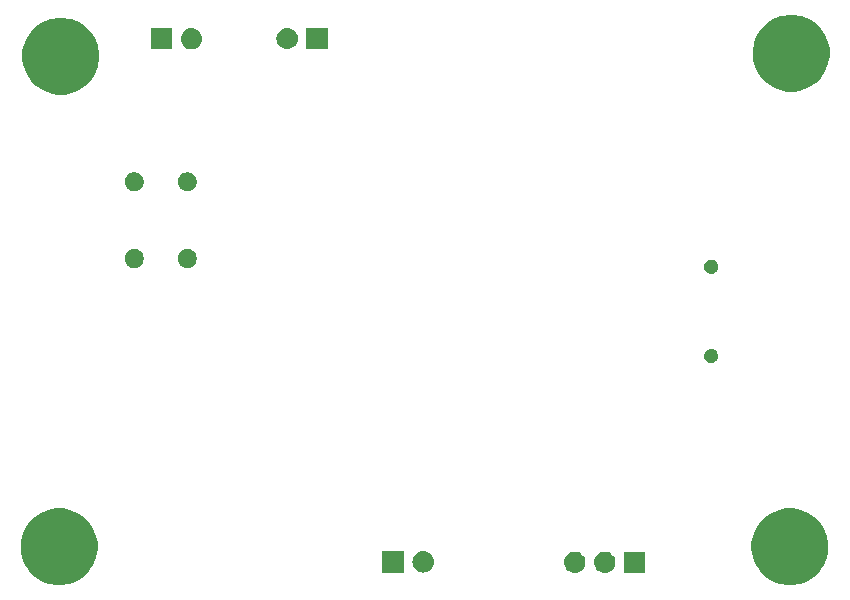
<source format=gbr>
G04 #@! TF.GenerationSoftware,KiCad,Pcbnew,(5.1.4)-1*
G04 #@! TF.CreationDate,2020-04-02T16:16:13+01:00*
G04 #@! TF.ProjectId,hydrophone_stm32_board,68796472-6f70-4686-9f6e-655f73746d33,rev?*
G04 #@! TF.SameCoordinates,Original*
G04 #@! TF.FileFunction,Soldermask,Bot*
G04 #@! TF.FilePolarity,Negative*
%FSLAX46Y46*%
G04 Gerber Fmt 4.6, Leading zero omitted, Abs format (unit mm)*
G04 Created by KiCad (PCBNEW (5.1.4)-1) date 2020-04-02 16:16:13*
%MOMM*%
%LPD*%
G04 APERTURE LIST*
%ADD10C,0.100000*%
G04 APERTURE END LIST*
D10*
G36*
X108330239Y-89648467D02*
G01*
X108644282Y-89710934D01*
X109235926Y-89956001D01*
X109768392Y-90311784D01*
X110221216Y-90764608D01*
X110576999Y-91297074D01*
X110822066Y-91888718D01*
X110822066Y-91888719D01*
X110947000Y-92516803D01*
X110947000Y-93157197D01*
X110915357Y-93316277D01*
X110822066Y-93785282D01*
X110576999Y-94376926D01*
X110329265Y-94747685D01*
X110223818Y-94905499D01*
X110221216Y-94909392D01*
X109768392Y-95362216D01*
X109235926Y-95717999D01*
X108644282Y-95963066D01*
X108330239Y-96025533D01*
X108016197Y-96088000D01*
X107375803Y-96088000D01*
X107061761Y-96025533D01*
X106747718Y-95963066D01*
X106156074Y-95717999D01*
X105623608Y-95362216D01*
X105170784Y-94909392D01*
X105168183Y-94905499D01*
X105062735Y-94747685D01*
X104815001Y-94376926D01*
X104569934Y-93785282D01*
X104476643Y-93316277D01*
X104445000Y-93157197D01*
X104445000Y-92516803D01*
X104569934Y-91888719D01*
X104569934Y-91888718D01*
X104815001Y-91297074D01*
X105170784Y-90764608D01*
X105623608Y-90311784D01*
X106156074Y-89956001D01*
X106747718Y-89710934D01*
X107061761Y-89648467D01*
X107375803Y-89586000D01*
X108016197Y-89586000D01*
X108330239Y-89648467D01*
X108330239Y-89648467D01*
G37*
G36*
X46481239Y-89648467D02*
G01*
X46795282Y-89710934D01*
X47386926Y-89956001D01*
X47919392Y-90311784D01*
X48372216Y-90764608D01*
X48727999Y-91297074D01*
X48973066Y-91888718D01*
X48973066Y-91888719D01*
X49098000Y-92516803D01*
X49098000Y-93157197D01*
X49066357Y-93316277D01*
X48973066Y-93785282D01*
X48727999Y-94376926D01*
X48480265Y-94747685D01*
X48374818Y-94905499D01*
X48372216Y-94909392D01*
X47919392Y-95362216D01*
X47386926Y-95717999D01*
X46795282Y-95963066D01*
X46481239Y-96025533D01*
X46167197Y-96088000D01*
X45526803Y-96088000D01*
X45212761Y-96025533D01*
X44898718Y-95963066D01*
X44307074Y-95717999D01*
X43774608Y-95362216D01*
X43321784Y-94909392D01*
X43319183Y-94905499D01*
X43213735Y-94747685D01*
X42966001Y-94376926D01*
X42720934Y-93785282D01*
X42627643Y-93316277D01*
X42596000Y-93157197D01*
X42596000Y-92516803D01*
X42720934Y-91888719D01*
X42720934Y-91888718D01*
X42966001Y-91297074D01*
X43321784Y-90764608D01*
X43774608Y-90311784D01*
X44307074Y-89956001D01*
X44898718Y-89710934D01*
X45212761Y-89648467D01*
X45526803Y-89586000D01*
X46167197Y-89586000D01*
X46481239Y-89648467D01*
X46481239Y-89648467D01*
G37*
G36*
X92147343Y-93258239D02*
G01*
X92213527Y-93264757D01*
X92383366Y-93316277D01*
X92539891Y-93399942D01*
X92575629Y-93429272D01*
X92677086Y-93512534D01*
X92760348Y-93613991D01*
X92789678Y-93649729D01*
X92873343Y-93806254D01*
X92924863Y-93976093D01*
X92942259Y-94152720D01*
X92924863Y-94329347D01*
X92873343Y-94499186D01*
X92789678Y-94655711D01*
X92760348Y-94691449D01*
X92677086Y-94792906D01*
X92577031Y-94875018D01*
X92539891Y-94905498D01*
X92383366Y-94989163D01*
X92213527Y-95040683D01*
X92147343Y-95047201D01*
X92081160Y-95053720D01*
X91992640Y-95053720D01*
X91926457Y-95047201D01*
X91860273Y-95040683D01*
X91690434Y-94989163D01*
X91533909Y-94905498D01*
X91496769Y-94875018D01*
X91396714Y-94792906D01*
X91313452Y-94691449D01*
X91284122Y-94655711D01*
X91200457Y-94499186D01*
X91148937Y-94329347D01*
X91131541Y-94152720D01*
X91148937Y-93976093D01*
X91200457Y-93806254D01*
X91284122Y-93649729D01*
X91313452Y-93613991D01*
X91396714Y-93512534D01*
X91498171Y-93429272D01*
X91533909Y-93399942D01*
X91690434Y-93316277D01*
X91860273Y-93264757D01*
X91926457Y-93258239D01*
X91992640Y-93251720D01*
X92081160Y-93251720D01*
X92147343Y-93258239D01*
X92147343Y-93258239D01*
G37*
G36*
X89607343Y-93258239D02*
G01*
X89673527Y-93264757D01*
X89843366Y-93316277D01*
X89999891Y-93399942D01*
X90035629Y-93429272D01*
X90137086Y-93512534D01*
X90220348Y-93613991D01*
X90249678Y-93649729D01*
X90333343Y-93806254D01*
X90384863Y-93976093D01*
X90402259Y-94152720D01*
X90384863Y-94329347D01*
X90333343Y-94499186D01*
X90249678Y-94655711D01*
X90220348Y-94691449D01*
X90137086Y-94792906D01*
X90037031Y-94875018D01*
X89999891Y-94905498D01*
X89843366Y-94989163D01*
X89673527Y-95040683D01*
X89607343Y-95047201D01*
X89541160Y-95053720D01*
X89452640Y-95053720D01*
X89386457Y-95047201D01*
X89320273Y-95040683D01*
X89150434Y-94989163D01*
X88993909Y-94905498D01*
X88956769Y-94875018D01*
X88856714Y-94792906D01*
X88773452Y-94691449D01*
X88744122Y-94655711D01*
X88660457Y-94499186D01*
X88608937Y-94329347D01*
X88591541Y-94152720D01*
X88608937Y-93976093D01*
X88660457Y-93806254D01*
X88744122Y-93649729D01*
X88773452Y-93613991D01*
X88856714Y-93512534D01*
X88958171Y-93429272D01*
X88993909Y-93399942D01*
X89150434Y-93316277D01*
X89320273Y-93264757D01*
X89386457Y-93258239D01*
X89452640Y-93251720D01*
X89541160Y-93251720D01*
X89607343Y-93258239D01*
X89607343Y-93258239D01*
G37*
G36*
X95477900Y-95053720D02*
G01*
X93675900Y-95053720D01*
X93675900Y-93251720D01*
X95477900Y-93251720D01*
X95477900Y-95053720D01*
X95477900Y-95053720D01*
G37*
G36*
X75013120Y-95023240D02*
G01*
X73211120Y-95023240D01*
X73211120Y-93221240D01*
X75013120Y-93221240D01*
X75013120Y-95023240D01*
X75013120Y-95023240D01*
G37*
G36*
X76762563Y-93227759D02*
G01*
X76828747Y-93234277D01*
X76998586Y-93285797D01*
X76998588Y-93285798D01*
X77055610Y-93316277D01*
X77155111Y-93369462D01*
X77190849Y-93398792D01*
X77292306Y-93482054D01*
X77375568Y-93583511D01*
X77404898Y-93619249D01*
X77488563Y-93775774D01*
X77540083Y-93945613D01*
X77557479Y-94122240D01*
X77540083Y-94298867D01*
X77488563Y-94468706D01*
X77404898Y-94625231D01*
X77375568Y-94660969D01*
X77292306Y-94762426D01*
X77201035Y-94837329D01*
X77155111Y-94875018D01*
X76998586Y-94958683D01*
X76828747Y-95010203D01*
X76762562Y-95016722D01*
X76696380Y-95023240D01*
X76607860Y-95023240D01*
X76541678Y-95016722D01*
X76475493Y-95010203D01*
X76305654Y-94958683D01*
X76149129Y-94875018D01*
X76103205Y-94837329D01*
X76011934Y-94762426D01*
X75928672Y-94660969D01*
X75899342Y-94625231D01*
X75815677Y-94468706D01*
X75764157Y-94298867D01*
X75746761Y-94122240D01*
X75764157Y-93945613D01*
X75815677Y-93775774D01*
X75899342Y-93619249D01*
X75928672Y-93583511D01*
X76011934Y-93482054D01*
X76113391Y-93398792D01*
X76149129Y-93369462D01*
X76248630Y-93316277D01*
X76305652Y-93285798D01*
X76305654Y-93285797D01*
X76475493Y-93234277D01*
X76541677Y-93227759D01*
X76607860Y-93221240D01*
X76696380Y-93221240D01*
X76762563Y-93227759D01*
X76762563Y-93227759D01*
G37*
G36*
X101175261Y-76094457D02*
G01*
X101213965Y-76102156D01*
X101246000Y-76115425D01*
X101323340Y-76147460D01*
X101421775Y-76213233D01*
X101505487Y-76296945D01*
X101571260Y-76395380D01*
X101616564Y-76504756D01*
X101639660Y-76620865D01*
X101639660Y-76739255D01*
X101616564Y-76855364D01*
X101571260Y-76964740D01*
X101505487Y-77063175D01*
X101421775Y-77146887D01*
X101323340Y-77212660D01*
X101246000Y-77244695D01*
X101213965Y-77257964D01*
X101175261Y-77265663D01*
X101097855Y-77281060D01*
X100979465Y-77281060D01*
X100902059Y-77265663D01*
X100863355Y-77257964D01*
X100831320Y-77244695D01*
X100753980Y-77212660D01*
X100655545Y-77146887D01*
X100571833Y-77063175D01*
X100506060Y-76964740D01*
X100460756Y-76855364D01*
X100437660Y-76739255D01*
X100437660Y-76620865D01*
X100460756Y-76504756D01*
X100506060Y-76395380D01*
X100571833Y-76296945D01*
X100655545Y-76213233D01*
X100753980Y-76147460D01*
X100831320Y-76115425D01*
X100863355Y-76102156D01*
X100902059Y-76094457D01*
X100979465Y-76079060D01*
X101097855Y-76079060D01*
X101175261Y-76094457D01*
X101175261Y-76094457D01*
G37*
G36*
X101175261Y-68544457D02*
G01*
X101213965Y-68552156D01*
X101246000Y-68565425D01*
X101323340Y-68597460D01*
X101421775Y-68663233D01*
X101505487Y-68746945D01*
X101571260Y-68845380D01*
X101616564Y-68954756D01*
X101639660Y-69070865D01*
X101639660Y-69189255D01*
X101616564Y-69305364D01*
X101571260Y-69414740D01*
X101505487Y-69513175D01*
X101421775Y-69596887D01*
X101323340Y-69662660D01*
X101246000Y-69694695D01*
X101213965Y-69707964D01*
X101175261Y-69715663D01*
X101097855Y-69731060D01*
X100979465Y-69731060D01*
X100902059Y-69715663D01*
X100863355Y-69707964D01*
X100831320Y-69694695D01*
X100753980Y-69662660D01*
X100655545Y-69596887D01*
X100571833Y-69513175D01*
X100506060Y-69414740D01*
X100460756Y-69305364D01*
X100437660Y-69189255D01*
X100437660Y-69070865D01*
X100460756Y-68954756D01*
X100506060Y-68845380D01*
X100571833Y-68746945D01*
X100655545Y-68663233D01*
X100753980Y-68597460D01*
X100831320Y-68565425D01*
X100863355Y-68552156D01*
X100902059Y-68544457D01*
X100979465Y-68529060D01*
X101097855Y-68529060D01*
X101175261Y-68544457D01*
X101175261Y-68544457D01*
G37*
G36*
X52426002Y-67663801D02*
G01*
X52571774Y-67724182D01*
X52571776Y-67724183D01*
X52702968Y-67811842D01*
X52814538Y-67923412D01*
X52902197Y-68054604D01*
X52902198Y-68054606D01*
X52962579Y-68200378D01*
X52993360Y-68355127D01*
X52993360Y-68512913D01*
X52962579Y-68667662D01*
X52902198Y-68813434D01*
X52902197Y-68813436D01*
X52814538Y-68944628D01*
X52702968Y-69056198D01*
X52571776Y-69143857D01*
X52571775Y-69143858D01*
X52571774Y-69143858D01*
X52426002Y-69204239D01*
X52271253Y-69235020D01*
X52113467Y-69235020D01*
X51958718Y-69204239D01*
X51812946Y-69143858D01*
X51812945Y-69143858D01*
X51812944Y-69143857D01*
X51681752Y-69056198D01*
X51570182Y-68944628D01*
X51482523Y-68813436D01*
X51482522Y-68813434D01*
X51422141Y-68667662D01*
X51391360Y-68512913D01*
X51391360Y-68355127D01*
X51422141Y-68200378D01*
X51482522Y-68054606D01*
X51482523Y-68054604D01*
X51570182Y-67923412D01*
X51681752Y-67811842D01*
X51812944Y-67724183D01*
X51812946Y-67724182D01*
X51958718Y-67663801D01*
X52113467Y-67633020D01*
X52271253Y-67633020D01*
X52426002Y-67663801D01*
X52426002Y-67663801D01*
G37*
G36*
X56926002Y-67663801D02*
G01*
X57071774Y-67724182D01*
X57071776Y-67724183D01*
X57202968Y-67811842D01*
X57314538Y-67923412D01*
X57402197Y-68054604D01*
X57402198Y-68054606D01*
X57462579Y-68200378D01*
X57493360Y-68355127D01*
X57493360Y-68512913D01*
X57462579Y-68667662D01*
X57402198Y-68813434D01*
X57402197Y-68813436D01*
X57314538Y-68944628D01*
X57202968Y-69056198D01*
X57071776Y-69143857D01*
X57071775Y-69143858D01*
X57071774Y-69143858D01*
X56926002Y-69204239D01*
X56771253Y-69235020D01*
X56613467Y-69235020D01*
X56458718Y-69204239D01*
X56312946Y-69143858D01*
X56312945Y-69143858D01*
X56312944Y-69143857D01*
X56181752Y-69056198D01*
X56070182Y-68944628D01*
X55982523Y-68813436D01*
X55982522Y-68813434D01*
X55922141Y-68667662D01*
X55891360Y-68512913D01*
X55891360Y-68355127D01*
X55922141Y-68200378D01*
X55982522Y-68054606D01*
X55982523Y-68054604D01*
X56070182Y-67923412D01*
X56181752Y-67811842D01*
X56312944Y-67724183D01*
X56312946Y-67724182D01*
X56458718Y-67663801D01*
X56613467Y-67633020D01*
X56771253Y-67633020D01*
X56926002Y-67663801D01*
X56926002Y-67663801D01*
G37*
G36*
X52426002Y-61163801D02*
G01*
X52571774Y-61224182D01*
X52571776Y-61224183D01*
X52702968Y-61311842D01*
X52814538Y-61423412D01*
X52902197Y-61554604D01*
X52902198Y-61554606D01*
X52962579Y-61700378D01*
X52993360Y-61855127D01*
X52993360Y-62012913D01*
X52962579Y-62167662D01*
X52902198Y-62313434D01*
X52902197Y-62313436D01*
X52814538Y-62444628D01*
X52702968Y-62556198D01*
X52571776Y-62643857D01*
X52571775Y-62643858D01*
X52571774Y-62643858D01*
X52426002Y-62704239D01*
X52271253Y-62735020D01*
X52113467Y-62735020D01*
X51958718Y-62704239D01*
X51812946Y-62643858D01*
X51812945Y-62643858D01*
X51812944Y-62643857D01*
X51681752Y-62556198D01*
X51570182Y-62444628D01*
X51482523Y-62313436D01*
X51482522Y-62313434D01*
X51422141Y-62167662D01*
X51391360Y-62012913D01*
X51391360Y-61855127D01*
X51422141Y-61700378D01*
X51482522Y-61554606D01*
X51482523Y-61554604D01*
X51570182Y-61423412D01*
X51681752Y-61311842D01*
X51812944Y-61224183D01*
X51812946Y-61224182D01*
X51958718Y-61163801D01*
X52113467Y-61133020D01*
X52271253Y-61133020D01*
X52426002Y-61163801D01*
X52426002Y-61163801D01*
G37*
G36*
X56926002Y-61163801D02*
G01*
X57071774Y-61224182D01*
X57071776Y-61224183D01*
X57202968Y-61311842D01*
X57314538Y-61423412D01*
X57402197Y-61554604D01*
X57402198Y-61554606D01*
X57462579Y-61700378D01*
X57493360Y-61855127D01*
X57493360Y-62012913D01*
X57462579Y-62167662D01*
X57402198Y-62313434D01*
X57402197Y-62313436D01*
X57314538Y-62444628D01*
X57202968Y-62556198D01*
X57071776Y-62643857D01*
X57071775Y-62643858D01*
X57071774Y-62643858D01*
X56926002Y-62704239D01*
X56771253Y-62735020D01*
X56613467Y-62735020D01*
X56458718Y-62704239D01*
X56312946Y-62643858D01*
X56312945Y-62643858D01*
X56312944Y-62643857D01*
X56181752Y-62556198D01*
X56070182Y-62444628D01*
X55982523Y-62313436D01*
X55982522Y-62313434D01*
X55922141Y-62167662D01*
X55891360Y-62012913D01*
X55891360Y-61855127D01*
X55922141Y-61700378D01*
X55982522Y-61554606D01*
X55982523Y-61554604D01*
X56070182Y-61423412D01*
X56181752Y-61311842D01*
X56312944Y-61224183D01*
X56312946Y-61224182D01*
X56458718Y-61163801D01*
X56613467Y-61133020D01*
X56771253Y-61133020D01*
X56926002Y-61163801D01*
X56926002Y-61163801D01*
G37*
G36*
X46608239Y-48119467D02*
G01*
X46922282Y-48181934D01*
X47513926Y-48427001D01*
X48046392Y-48782784D01*
X48499216Y-49235608D01*
X48854999Y-49768074D01*
X49100066Y-50359718D01*
X49139833Y-50559639D01*
X49225000Y-50987803D01*
X49225000Y-51628197D01*
X49162533Y-51942239D01*
X49100066Y-52256282D01*
X48854999Y-52847926D01*
X48499216Y-53380392D01*
X48046392Y-53833216D01*
X47513926Y-54188999D01*
X46922282Y-54434066D01*
X46608239Y-54496533D01*
X46294197Y-54559000D01*
X45653803Y-54559000D01*
X45339761Y-54496533D01*
X45025718Y-54434066D01*
X44434074Y-54188999D01*
X43901608Y-53833216D01*
X43448784Y-53380392D01*
X43093001Y-52847926D01*
X42847934Y-52256282D01*
X42785467Y-51942239D01*
X42723000Y-51628197D01*
X42723000Y-50987803D01*
X42808167Y-50559639D01*
X42847934Y-50359718D01*
X43093001Y-49768074D01*
X43448784Y-49235608D01*
X43901608Y-48782784D01*
X44434074Y-48427001D01*
X45025718Y-48181934D01*
X45339761Y-48119467D01*
X45653803Y-48057000D01*
X46294197Y-48057000D01*
X46608239Y-48119467D01*
X46608239Y-48119467D01*
G37*
G36*
X108457239Y-47865467D02*
G01*
X108771282Y-47927934D01*
X109362926Y-48173001D01*
X109895392Y-48528784D01*
X110348216Y-48981608D01*
X110703999Y-49514074D01*
X110949066Y-50105718D01*
X110994723Y-50335251D01*
X111074000Y-50733803D01*
X111074000Y-51374197D01*
X111044674Y-51521629D01*
X110949066Y-52002282D01*
X110703999Y-52593926D01*
X110348216Y-53126392D01*
X109895392Y-53579216D01*
X109362926Y-53934999D01*
X108771282Y-54180066D01*
X108457239Y-54242533D01*
X108143197Y-54305000D01*
X107502803Y-54305000D01*
X107188761Y-54242533D01*
X106874718Y-54180066D01*
X106283074Y-53934999D01*
X105750608Y-53579216D01*
X105297784Y-53126392D01*
X104942001Y-52593926D01*
X104696934Y-52002282D01*
X104601326Y-51521629D01*
X104572000Y-51374197D01*
X104572000Y-50733803D01*
X104651277Y-50335251D01*
X104696934Y-50105718D01*
X104942001Y-49514074D01*
X105297784Y-48981608D01*
X105750608Y-48528784D01*
X106283074Y-48173001D01*
X106874718Y-47927934D01*
X107188761Y-47865467D01*
X107502803Y-47803000D01*
X108143197Y-47803000D01*
X108457239Y-47865467D01*
X108457239Y-47865467D01*
G37*
G36*
X55396700Y-50733260D02*
G01*
X53594700Y-50733260D01*
X53594700Y-48931260D01*
X55396700Y-48931260D01*
X55396700Y-50733260D01*
X55396700Y-50733260D01*
G37*
G36*
X57146142Y-48937778D02*
G01*
X57212327Y-48944297D01*
X57382166Y-48995817D01*
X57538691Y-49079482D01*
X57574429Y-49108812D01*
X57675886Y-49192074D01*
X57759148Y-49293531D01*
X57788478Y-49329269D01*
X57872143Y-49485794D01*
X57923663Y-49655633D01*
X57941059Y-49832260D01*
X57923663Y-50008887D01*
X57872143Y-50178726D01*
X57788478Y-50335251D01*
X57768398Y-50359718D01*
X57675886Y-50472446D01*
X57574429Y-50555708D01*
X57538691Y-50585038D01*
X57382166Y-50668703D01*
X57212327Y-50720223D01*
X57146143Y-50726741D01*
X57079960Y-50733260D01*
X56991440Y-50733260D01*
X56925258Y-50726742D01*
X56859073Y-50720223D01*
X56689234Y-50668703D01*
X56532709Y-50585038D01*
X56496971Y-50555708D01*
X56395514Y-50472446D01*
X56303002Y-50359718D01*
X56282922Y-50335251D01*
X56199257Y-50178726D01*
X56147737Y-50008887D01*
X56130341Y-49832260D01*
X56147737Y-49655633D01*
X56199257Y-49485794D01*
X56282922Y-49329269D01*
X56312252Y-49293531D01*
X56395514Y-49192074D01*
X56496971Y-49108812D01*
X56532709Y-49079482D01*
X56689234Y-48995817D01*
X56859073Y-48944297D01*
X56925258Y-48937778D01*
X56991440Y-48931260D01*
X57079960Y-48931260D01*
X57146142Y-48937778D01*
X57146142Y-48937778D01*
G37*
G36*
X68576760Y-50707860D02*
G01*
X66774760Y-50707860D01*
X66774760Y-48905860D01*
X68576760Y-48905860D01*
X68576760Y-50707860D01*
X68576760Y-50707860D01*
G37*
G36*
X65246202Y-48912378D02*
G01*
X65312387Y-48918897D01*
X65482226Y-48970417D01*
X65638751Y-49054082D01*
X65669701Y-49079482D01*
X65775946Y-49166674D01*
X65859208Y-49268131D01*
X65888538Y-49303869D01*
X65972203Y-49460394D01*
X66023723Y-49630233D01*
X66041119Y-49806860D01*
X66023723Y-49983487D01*
X65972203Y-50153326D01*
X65888538Y-50309851D01*
X65859208Y-50345589D01*
X65775946Y-50447046D01*
X65674489Y-50530308D01*
X65638751Y-50559638D01*
X65482226Y-50643303D01*
X65312387Y-50694823D01*
X65246202Y-50701342D01*
X65180020Y-50707860D01*
X65091500Y-50707860D01*
X65025318Y-50701342D01*
X64959133Y-50694823D01*
X64789294Y-50643303D01*
X64632769Y-50559638D01*
X64597031Y-50530308D01*
X64495574Y-50447046D01*
X64412312Y-50345589D01*
X64382982Y-50309851D01*
X64299317Y-50153326D01*
X64247797Y-49983487D01*
X64230401Y-49806860D01*
X64247797Y-49630233D01*
X64299317Y-49460394D01*
X64382982Y-49303869D01*
X64412312Y-49268131D01*
X64495574Y-49166674D01*
X64601819Y-49079482D01*
X64632769Y-49054082D01*
X64789294Y-48970417D01*
X64959133Y-48918897D01*
X65025318Y-48912378D01*
X65091500Y-48905860D01*
X65180020Y-48905860D01*
X65246202Y-48912378D01*
X65246202Y-48912378D01*
G37*
M02*

</source>
